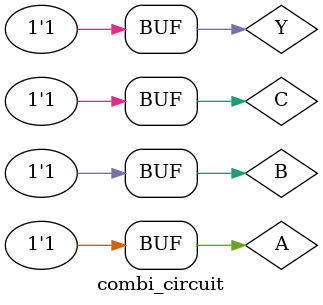
<source format=v>
module combi_circuit;

    reg A, B, C;
    wire Y;

    assign Y = ( (A && B) || ((!A) && B) || ((!B) && C) );

    initial begin
        $dumpfile("activity_num_four.vcd");
        $dumpvars(0, combi_circuit);
        
            A = 0; B = 0; C = 0;  
            #2
            A = 0; B = 0; C = 1;  
            #2
            A = 0; B = 1; C = 0;  
            #2
            A = 0; B = 1; C = 1;  
            #2
            A = 1; B = 0; C = 0;  
            #2
            A = 1; B = 0; C = 1;  
            #2
            A = 1; B = 1; C = 0;  
            #2
            A = 1; B = 1; C = 1;  
            #2;

    end


endmodule

//Keemchard Tamio
</source>
